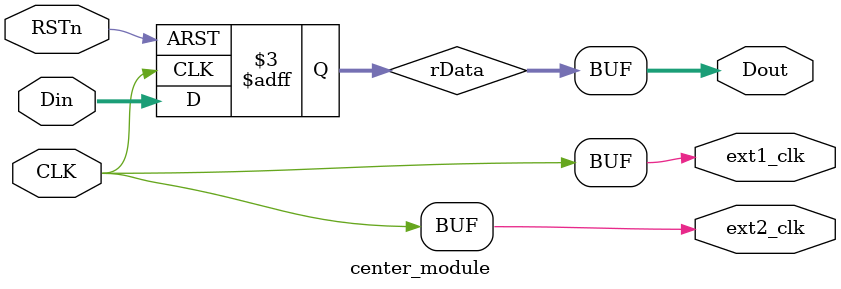
<source format=v>
module center_module
(
	input CLK,
	input RSTn,
    input [3:0]Din,
    output [3:0]Dout,
    output ext1_clk,ext2_clk
);
    /********************************************/

    reg [3:0]rData;
    
    always @ ( posedge CLK or negedge RSTn )
        if( !RSTn )
            begin
                rData <= 4'd0;
            end
        else 
            begin
                rData <= Din;
            end
    
    /********************************************/
            
    assign Dout = rData;
    assign ext1_clk = CLK;
    assign ext2_clk = CLK;
    
    /********************************************/
    
endmodule

</source>
